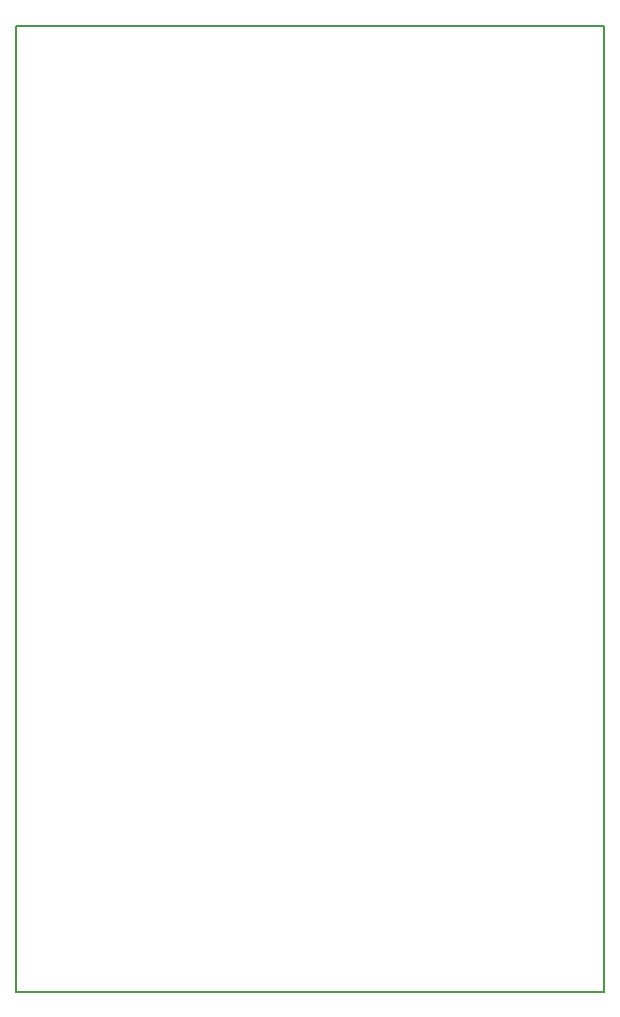
<source format=gbr>
%TF.GenerationSoftware,KiCad,Pcbnew,(6.0.1)*%
%TF.CreationDate,2022-02-21T12:46:14-05:00*%
%TF.ProjectId,InductorSchem,496e6475-6374-46f7-9253-6368656d2e6b,1*%
%TF.SameCoordinates,Original*%
%TF.FileFunction,Profile,NP*%
%FSLAX46Y46*%
G04 Gerber Fmt 4.6, Leading zero omitted, Abs format (unit mm)*
G04 Created by KiCad (PCBNEW (6.0.1)) date 2022-02-21 12:46:14*
%MOMM*%
%LPD*%
G01*
G04 APERTURE LIST*
%TA.AperFunction,Profile*%
%ADD10C,0.200000*%
%TD*%
G04 APERTURE END LIST*
D10*
X120904000Y-54864000D02*
X170688000Y-54864000D01*
X170688000Y-54864000D02*
X170688000Y-136652000D01*
X170688000Y-136652000D02*
X120904000Y-136652000D01*
X120904000Y-136652000D02*
X120904000Y-54864000D01*
M02*

</source>
